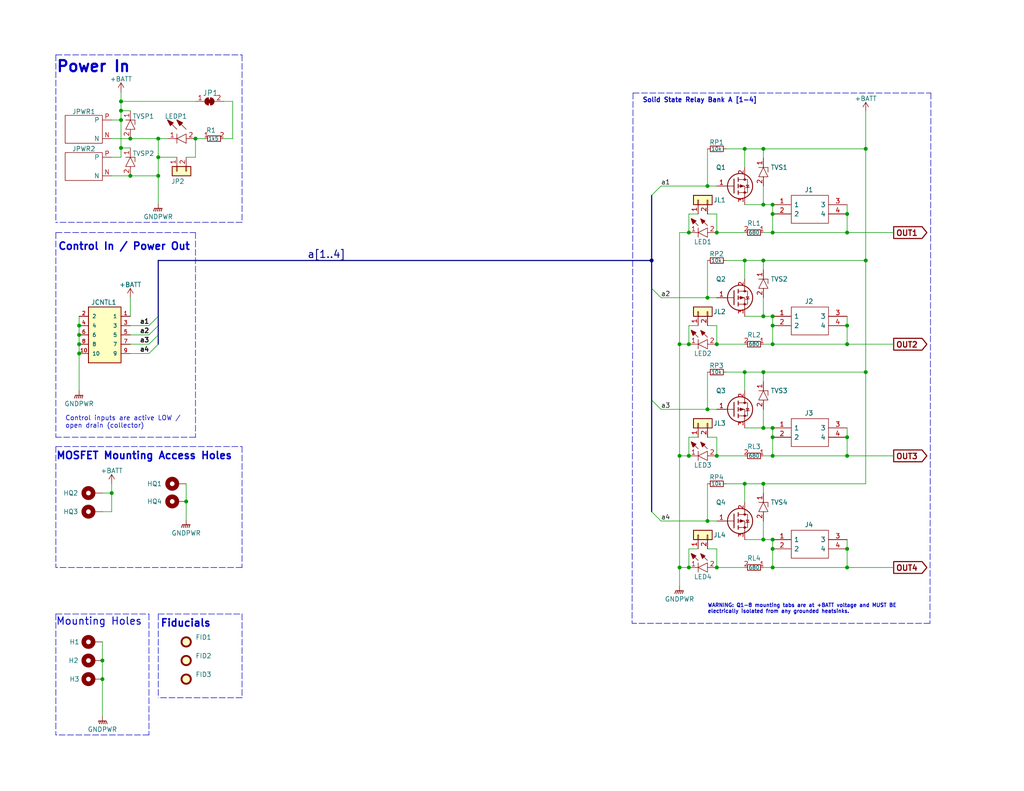
<source format=kicad_sch>
(kicad_sch (version 20211123) (generator eeschema)
  (paper "USLetter")
  (title_block (title "Solid State Relays 12 Volt x4") (date "2023-01-03") (rev "0.0.8") (comment 2 "creativecommons.org/licenses/by/4.0/") (comment 3 "License: CC By 4.0") (comment 4 "Author: Michael Cummings"))
  (lib_symbols
    (symbol "Device:R_Small" (pin_numbers hide) (pin_names (offset 0.254) hide)
      (property "Reference" "R" (at 0.762 0.508 0))
      (property "Value" "R_Small" (at 0.762 -1.016 0))
      (symbol "R_Small_1_1"
        (pin passive line (at 0 2.54 270) (length 0.762) (name "~") (number "1"))
        (pin passive line (at 0 -2.54 90) (length 0.762) (name "~") (number "2"))
      )
    )
    (symbol "Fiducial_1"
      (property "Reference" "FID" (at 0 5.08 0))
      (property "Value" "Fiducial_1" (at 0 3.175 0))
    )
    (symbol "Fiducial_2"
      (property "Reference" "FID" (at 0 5.08 0))
      (property "Value" "Fiducial_2" (at 0 3.175 0))
    )
    (symbol "Jumper:SolderJumper_2_Bridged" (pin_names (offset 0) hide)
      (property "Reference" "JP" (at 0 2.032 0))
      (property "Value" "SolderJumper_2_Bridged" (at 0 -2.54 0))
      (symbol "SolderJumper_2_Bridged_1_1"
        (pin passive line (at -3.81 0 0) (length 2.54) (name "A") (number "1"))
        (pin passive line (at 3.81 0 180) (length 2.54) (name "B") (number "2"))
      )
    )
    (symbol "Mechanical:Fiducial" (pin_numbers hide) (pin_names hide)
      (property "Reference" "FID" (at 0 5.08 0))
      (property "Value" "Fiducial" (at 0 3.175 0))
    )
    (symbol "Mechanical:MountingHole_Pad" (pin_numbers hide) (pin_names (offset 1.016) hide)
      (property "Reference" "H" (at 0 6.35 0))
      (property "Value" "MountingHole_Pad" (at 0 4.445 0))
      (symbol "MountingHole_Pad_1_1"
        (pin input line (at 0 -2.54 90) (length 2.54) (name "1") (number "1"))
      )
    )
    (symbol "SHF-105-01-L-D-RA_1" (pin_names (offset 1.016))
      (property "Reference" "J" (at 0 8.25 0))
      (symbol "SHF-105-01-L-D-RA_1_0_0"
        (pin passive line (at -6.985 5.08 0) (length 2.54) (name "1") (number "1"))
        (pin passive line (at 6.985 -5.08 180) (length 2.54) (name "10") (number "10"))
        (pin passive line (at 6.985 5.08 180) (length 2.54) (name "2") (number "2"))
        (pin passive line (at -6.985 2.54 0) (length 2.54) (name "3") (number "3"))
        (pin passive line (at 6.985 2.54 180) (length 2.54) (name "4") (number "4"))
        (pin passive line (at -6.985 0 0) (length 2.54) (name "5") (number "5"))
        (pin passive line (at 6.985 0 180) (length 2.54) (name "6") (number "6"))
        (pin passive line (at -6.985 -2.54 0) (length 2.54) (name "7") (number "7"))
        (pin passive line (at 6.985 -2.54 180) (length 2.54) (name "8") (number "8"))
        (pin passive line (at -6.985 -5.08 0) (length 2.54) (name "9") (number "9"))
      )
    )
    (symbol "SM6T33AY_9" (pin_names (offset 0.762))
      (property "Reference" "D" (at 0.635 4.445 0))
      (symbol "SM6T33AY_9_0_0"
        (pin passive line (at 0 0 0) (length 2.54) (name "~") (number "1"))
        (pin passive line (at 7.62 0 180) (length 2.54) (name "~") (number "2"))
      )
    )
    (symbol "XT60PW-M_1" (pin_names (offset 0.762))
      (property "Reference" "JPWR2" (at 0 4.826 0))
      (symbol "XT60PW-M_1_0_0"
        (pin passive line (at 7.62 -2.54 180) (length 2.54) (name "N") (number "N"))
        (pin passive line (at 7.62 2.54 180) (length 2.54) (name "P") (number "P"))
      )
    )
    (symbol "dragon_mobile:1190297" (pin_names (offset 0.762))
      (property "Reference" "J" (at 5.08 6.35 0))
      (property "Value" "1190297" (at 5.08 3.81 0))
      (symbol "1190297_0_0"
        (pin passive line (at 0 0 0) (length 5.08) (name "1") (number "1"))
        (pin passive line (at 0 -2.54 0) (length 5.08) (name "2") (number "2"))
        (pin passive line (at 20.32 0 180) (length 5.08) (name "3") (number "3"))
        (pin passive line (at 20.32 -2.54 180) (length 5.08) (name "4") (number "4"))
      )
    )
    (symbol "dragon_mobile:Conn_01x02" (pin_names (offset 1.016) hide)
      (property "Reference" "JP2" (at 0 2.54 0))
      (symbol "Conn_01x02_1_1"
        (pin passive line (at -3.81 0 0) (length 2.54) (name "Pin_1") (number "1"))
        (pin passive line (at -3.81 -2.54 0) (length 2.54) (name "Pin_2") (number "2"))
      )
    )
    (symbol "dragon_mobile:IRF4905PBF" (pin_names (offset 0.762))
      (property "Reference" "Q" (at 0 -1.905 0))
      (property "Value" "IRF4905PBF" (at 11.43 1.27 0))
      (symbol "IRF4905PBF_1_1"
        (pin input line (at 0 0 0) (length 2.54) (name "") (number "1"))
        (pin passive line (at 7.62 5.08 270) (length 2.54) (name "") (number "2"))
        (pin passive line (at 7.62 -5.08 90) (length 2.54) (name "") (number "3"))
      )
    )
    (symbol "dragon_mobile:LTST-C190KFKT" (pin_names (offset 0.762))
      (property "Reference" "LED1" (at 2.54 5.715 0))
      (symbol "LTST-C190KFKT_0_0"
        (pin passive line (at 0 0 0) (length 2.54) (name "~") (number "1"))
        (pin passive line (at 7.62 0 180) (length 2.54) (name "~") (number "2"))
      )
    )
    (symbol "dragon_mobile:LTST-C190KGKT" (pin_names (offset 0.762))
      (property "Reference" "LEDP1" (at 2.54 6.35 0))
      (symbol "LTST-C190KGKT_0_0"
        (pin passive line (at 0 0 0) (length 2.54) (name "~") (number "1"))
        (pin passive line (at 7.62 0 180) (length 2.54) (name "~") (number "2"))
      )
    )
    (symbol "dragon_mobile:SDR10EZPJ152" (pin_names (offset 0.762))
      (property "Reference" "R" (at 2.54 1.27 0))
      (property "Value" "SDR10EZPJ152" (at 2.54 -1.27 0))
      (symbol "SDR10EZPJ152_1_1"
        (pin passive line (at 0.762 2.032 270) (length 0.762) (name "~") (number "1"))
        (pin passive line (at 0.762 -3.048 90) (length 0.762) (name "~") (number "2"))
      )
    )
    (symbol "dragon_mobile:SM6T30AY" (pin_names (offset 0.762))
      (property "Reference" "D" (at 0 5.08 0))
      (property "Value" "SM6T30AY" (at 0 2.54 0))
      (symbol "SM6T30AY_0_0"
        (pin passive line (at 0 0 0) (length 2.54) (name "~") (number "1"))
        (pin passive line (at 7.62 0 180) (length 2.54) (name "~") (number "2"))
      )
    )
    (symbol "dragon_mobile:SM6T33AY" (pin_names (offset 0.762))
      (property "Reference" "D" (at 0.635 4.445 0))
      (symbol "SM6T33AY_0_0"
        (pin passive line (at 0 0 0) (length 2.54) (name "~") (number "1"))
        (pin passive line (at 7.62 0 180) (length 2.54) (name "~") (number "2"))
      )
    )
    (symbol "dragon_mobile:XT60PW-M" (pin_names (offset 0.762))
      (property "Reference" "J" (at -5.08 7.62 0))
      (symbol "XT60PW-M_0_0"
        (pin power_out line (at 7.62 -2.54 180) (length 2.54) (name "N") (number "N"))
        (pin power_out line (at 7.62 2.54 180) (length 2.54) (name "P") (number "P"))
      )
    )
    (symbol "power:+BATT" (power) (pin_names (offset 0))
      (property "Value" "+BATT" (at 0 3.556 0))
      (symbol "+BATT_1_1"
        (pin power_in line (at 0 0 90) (length 0) hide (name "+BATT") (number "1"))
      )
    )
    (symbol "power:GNDPWR" (power) (pin_names (offset 0))
      (property "Value" "GNDPWR" (at 0 -3.302 0))
      (symbol "GNDPWR_1_1"
        (pin power_in line (at 0 0 270) (length 0) hide (name "GNDPWR") (number "1"))
      )
    )
  )
  (junction (at 27.94 180.34))
  (junction (at 203.2 101.6))
  (junction (at 177.8 71.12))
  (junction (at 210.82 58.42))
  (junction (at 210.82 55.88))
  (junction (at 193.04 81.28))
  (junction (at 43.18 48.006))
  (junction (at 33.02 40.386))
  (junction (at 185.42 154.94))
  (junction (at 185.42 124.46))
  (junction (at 231.14 63.5))
  (junction (at 203.2 71.12))
  (junction (at 236.22 71.12))
  (junction (at 187.96 93.98))
  (junction (at 210.82 149.86))
  (junction (at 231.14 58.42))
  (junction (at 27.94 185.42))
  (junction (at 231.14 154.94))
  (junction (at 21.59 93.98))
  (junction (at 33.02 32.766))
  (junction (at 210.82 119.38))
  (junction (at 50.8 136.906))
  (junction (at 231.14 149.86))
  (junction (at 210.82 86.36))
  (junction (at 187.96 63.5))
  (junction (at 195.58 93.98))
  (junction (at 210.82 93.98))
  (junction (at 203.2 40.64))
  (junction (at 33.02 30.226))
  (junction (at 187.96 124.46))
  (junction (at 53.34 37.846))
  (junction (at 195.58 124.46))
  (junction (at 208.28 147.32))
  (junction (at 208.28 86.36))
  (junction (at 210.82 124.46))
  (junction (at 210.82 88.9))
  (junction (at 208.28 40.64))
  (junction (at 208.28 55.88))
  (junction (at 187.96 154.94))
  (junction (at 185.42 93.98))
  (junction (at 193.04 142.24))
  (junction (at 195.58 154.94))
  (junction (at 231.14 124.46))
  (junction (at 208.28 132.08))
  (junction (at 21.59 96.52))
  (junction (at 210.82 154.94))
  (junction (at 231.14 119.38))
  (junction (at 210.82 63.5))
  (junction (at 35.56 48.006))
  (junction (at 210.82 116.84))
  (junction (at 208.28 71.12))
  (junction (at 203.2 132.08))
  (junction (at 21.59 88.9))
  (junction (at 193.04 50.8))
  (junction (at 193.04 111.76))
  (junction (at 35.56 37.846))
  (junction (at 236.22 40.64))
  (junction (at 210.82 147.32))
  (junction (at 195.58 63.5))
  (junction (at 231.14 88.9))
  (junction (at 208.28 116.84))
  (junction (at 33.02 27.686))
  (junction (at 43.18 42.926))
  (junction (at 30.48 134.62))
  (junction (at 21.59 91.44))
  (junction (at 236.22 101.6))
  (junction (at 43.18 37.846))
  (junction (at 231.14 93.98))
  (junction (at 208.28 101.6))
  (bus_entry (at 40.64 88.9) (size 2.54 -2.54))
  (bus_entry (at 177.8 78.74) (size 2.54 2.54))
  (bus_entry (at 40.64 96.52) (size 2.54 -2.54))
  (bus_entry (at 40.64 93.98) (size 2.54 -2.54))
  (bus_entry (at 180.34 50.8) (size -2.54 2.54))
  (bus_entry (at 177.8 109.22) (size 2.54 2.54))
  (bus_entry (at 177.8 139.7) (size 2.54 2.54))
  (bus_entry (at 40.64 91.44) (size 2.54 -2.54))
  (polyline (pts (xy 15.24 167.64) (xy 40.64 167.64)))
  (wire (pts (xy 203.2 132.08) (xy 208.28 132.08)))
  (wire (pts (xy 208.28 101.6) (xy 236.22 101.6)))
  (wire (pts (xy 236.22 30.48) (xy 236.22 40.64)))
  (wire (pts (xy 195.58 149.86) (xy 195.58 154.94)))
  (wire (pts (xy 203.2 40.64) (xy 208.28 40.64)))
  (wire (pts (xy 193.04 40.64) (xy 193.04 50.8)))
  (wire (pts (xy 210.82 147.32) (xy 210.82 149.86)))
  (wire (pts (xy 187.96 58.42) (xy 187.96 63.5)))
  (polyline (pts (xy 15.24 14.986) (xy 15.24 60.706)))
  (wire (pts (xy 190.5 149.86) (xy 187.96 149.86)))
  (wire (pts (xy 35.56 96.52) (xy 40.64 96.52)))
  (wire (pts (xy 21.59 88.9) (xy 21.59 91.44)))
  (polyline (pts (xy 15.24 14.986) (xy 66.04 14.986)))
  (wire (pts (xy 231.14 93.98) (xy 243.84 93.98)))
  (wire (pts (xy 33.02 30.226) (xy 33.02 32.766)))
  (wire (pts (xy 33.02 27.686) (xy 53.34 27.686)))
  (wire (pts (xy 53.34 42.926) (xy 53.34 37.846)))
  (wire (pts (xy 195.58 88.9) (xy 195.58 93.98)))
  (wire (pts (xy 193.04 71.12) (xy 193.04 81.28)))
  (polyline (pts (xy 53.34 63.5) (xy 53.34 119.38)))
  (wire (pts (xy 35.56 37.846) (xy 43.18 37.846)))
  (polyline (pts (xy 66.04 60.706) (xy 15.24 60.706)))
  (wire (pts (xy 210.82 116.84) (xy 208.28 116.84)))
  (wire (pts (xy 193.04 149.86) (xy 195.58 149.86)))
  (bus (pts (xy 177.8 78.74) (xy 177.8 109.22)))
  (polyline (pts (xy 172.72 25.4) (xy 172.466 170.18)))
  (wire (pts (xy 33.02 30.226) (xy 35.56 30.226)))
  (wire (pts (xy 210.82 86.36) (xy 210.82 88.9)))
  (wire (pts (xy 231.14 63.5) (xy 243.84 63.5)))
  (polyline (pts (xy 15.24 121.92) (xy 66.04 121.92)))
  (wire (pts (xy 210.82 124.46) (xy 208.28 124.46)))
  (wire (pts (xy 193.04 58.42) (xy 195.58 58.42)))
  (wire (pts (xy 210.82 63.5) (xy 210.82 58.42)))
  (wire (pts (xy 210.82 154.94) (xy 210.82 149.86)))
  (wire (pts (xy 27.94 185.42) (xy 27.94 195.58)))
  (wire (pts (xy 210.82 55.88) (xy 210.82 58.42)))
  (bus (pts (xy 43.18 91.44) (xy 43.18 93.98)))
  (wire (pts (xy 231.14 124.46) (xy 210.82 124.46)))
  (wire (pts (xy 35.56 93.98) (xy 40.64 93.98)))
  (wire (pts (xy 236.22 101.6) (xy 236.22 132.08)))
  (wire (pts (xy 210.82 86.36) (xy 208.28 86.36)))
  (wire (pts (xy 53.34 37.846) (xy 55.88 37.846)))
  (wire (pts (xy 208.28 86.36) (xy 203.2 86.36)))
  (wire (pts (xy 208.28 111.76) (xy 208.28 116.84)))
  (wire (pts (xy 231.14 147.32) (xy 231.14 149.86)))
  (wire (pts (xy 231.14 86.36) (xy 231.14 88.9)))
  (wire (pts (xy 208.28 50.8) (xy 208.28 55.88)))
  (wire (pts (xy 231.14 116.84) (xy 231.14 119.38)))
  (polyline (pts (xy 66.04 154.94) (xy 15.24 154.94)))
  (wire (pts (xy 30.48 48.006) (xy 35.56 48.006)))
  (wire (pts (xy 203.2 63.5) (xy 195.58 63.5)))
  (wire (pts (xy 185.42 63.5) (xy 185.42 93.98)))
  (wire (pts (xy 198.12 132.08) (xy 203.2 132.08)))
  (wire (pts (xy 236.22 40.64) (xy 236.22 71.12)))
  (wire (pts (xy 203.2 71.12) (xy 208.28 71.12)))
  (wire (pts (xy 210.82 55.88) (xy 208.28 55.88)))
  (wire (pts (xy 33.02 32.766) (xy 30.48 32.766)))
  (wire (pts (xy 193.04 111.76) (xy 195.58 111.76)))
  (wire (pts (xy 231.14 124.46) (xy 243.84 124.46)))
  (wire (pts (xy 193.04 81.28) (xy 195.58 81.28)))
  (wire (pts (xy 236.22 132.08) (xy 208.28 132.08)))
  (wire (pts (xy 231.14 93.98) (xy 210.82 93.98)))
  (wire (pts (xy 21.59 93.98) (xy 21.59 96.52)))
  (polyline (pts (xy 53.34 119.38) (xy 15.24 119.38)))
  (wire (pts (xy 187.96 93.98) (xy 185.42 93.98)))
  (wire (pts (xy 187.96 124.46) (xy 185.42 124.46)))
  (wire (pts (xy 185.42 154.94) (xy 185.42 160.02)))
  (wire (pts (xy 63.5 37.846) (xy 63.5 27.686)))
  (wire (pts (xy 33.02 25.146) (xy 33.02 27.686)))
  (polyline (pts (xy 66.04 14.986) (xy 66.04 60.706)))
  (wire (pts (xy 198.12 40.64) (xy 203.2 40.64)))
  (wire (pts (xy 50.8 132.08) (xy 50.8 136.906)))
  (wire (pts (xy 203.2 40.64) (xy 203.2 45.72)))
  (bus (pts (xy 177.8 53.34) (xy 177.8 71.12)))
  (wire (pts (xy 180.34 50.8) (xy 193.04 50.8)))
  (polyline (pts (xy 15.24 63.5) (xy 15.24 119.38)))
  (wire (pts (xy 208.28 147.32) (xy 203.2 147.32)))
  (wire (pts (xy 203.2 154.94) (xy 195.58 154.94)))
  (polyline (pts (xy 66.04 190.5) (xy 43.18 190.5)))
  (wire (pts (xy 208.28 116.84) (xy 203.2 116.84)))
  (wire (pts (xy 193.04 101.6) (xy 193.04 111.76)))
  (wire (pts (xy 27.94 180.34) (xy 27.94 185.42)))
  (wire (pts (xy 190.5 119.38) (xy 187.96 119.38)))
  (wire (pts (xy 210.82 147.32) (xy 208.28 147.32)))
  (wire (pts (xy 203.2 101.6) (xy 203.2 106.68)))
  (wire (pts (xy 63.5 27.686) (xy 60.96 27.686)))
  (wire (pts (xy 21.59 91.44) (xy 21.59 93.98)))
  (wire (pts (xy 27.94 134.62) (xy 30.48 134.62)))
  (wire (pts (xy 198.12 71.12) (xy 203.2 71.12)))
  (wire (pts (xy 231.14 149.86) (xy 231.14 154.94)))
  (wire (pts (xy 60.96 37.846) (xy 63.5 37.846)))
  (wire (pts (xy 35.56 81.28) (xy 35.56 86.36)))
  (polyline (pts (xy 40.64 167.64) (xy 40.64 200.66)))
  (wire (pts (xy 50.8 42.926) (xy 53.34 42.926)))
  (wire (pts (xy 203.2 124.46) (xy 195.58 124.46)))
  (wire (pts (xy 43.18 42.926) (xy 43.18 48.006)))
  (wire (pts (xy 210.82 93.98) (xy 210.82 88.9)))
  (bus (pts (xy 43.18 86.36) (xy 43.18 88.9)))
  (wire (pts (xy 210.82 124.46) (xy 210.82 119.38)))
  (bus (pts (xy 43.18 71.12) (xy 43.18 86.36)))
  (wire (pts (xy 210.82 93.98) (xy 208.28 93.98)))
  (wire (pts (xy 198.12 101.6) (xy 203.2 101.6)))
  (wire (pts (xy 203.2 101.6) (xy 208.28 101.6)))
  (wire (pts (xy 210.82 63.5) (xy 208.28 63.5)))
  (wire (pts (xy 180.34 142.24) (xy 193.04 142.24)))
  (wire (pts (xy 210.82 154.94) (xy 208.28 154.94)))
  (wire (pts (xy 231.14 154.94) (xy 243.84 154.94)))
  (wire (pts (xy 187.96 119.38) (xy 187.96 124.46)))
  (wire (pts (xy 43.18 42.926) (xy 48.26 42.926)))
  (wire (pts (xy 190.5 88.9) (xy 187.96 88.9)))
  (wire (pts (xy 208.28 142.24) (xy 208.28 147.32)))
  (bus (pts (xy 43.18 88.9) (xy 43.18 91.44)))
  (polyline (pts (xy 66.04 121.92) (xy 66.04 154.94)))
  (wire (pts (xy 231.14 119.38) (xy 231.14 124.46)))
  (wire (pts (xy 30.48 37.846) (xy 35.56 37.846)))
  (wire (pts (xy 187.96 154.94) (xy 185.42 154.94)))
  (wire (pts (xy 195.58 58.42) (xy 195.58 63.5)))
  (wire (pts (xy 231.14 55.88) (xy 231.14 58.42)))
  (wire (pts (xy 43.18 37.846) (xy 43.18 42.926)))
  (bus (pts (xy 177.8 109.22) (xy 177.8 139.7)))
  (wire (pts (xy 185.42 93.98) (xy 185.42 124.46)))
  (wire (pts (xy 187.96 63.5) (xy 185.42 63.5)))
  (wire (pts (xy 30.48 139.7) (xy 27.94 139.7)))
  (polyline (pts (xy 15.24 121.92) (xy 15.24 154.94)))
  (polyline (pts (xy 43.18 167.64) (xy 43.18 190.5)))
  (wire (pts (xy 33.02 40.386) (xy 33.02 32.766)))
  (wire (pts (xy 21.59 96.52) (xy 21.59 106.68)))
  (wire (pts (xy 208.28 81.28) (xy 208.28 86.36)))
  (polyline (pts (xy 172.72 25.4) (xy 254 25.4)))
  (wire (pts (xy 30.48 132.08) (xy 30.48 134.62)))
  (wire (pts (xy 43.18 48.006) (xy 43.18 55.626)))
  (wire (pts (xy 203.2 132.08) (xy 203.2 137.16)))
  (wire (pts (xy 193.04 132.08) (xy 193.04 142.24)))
  (wire (pts (xy 208.28 101.6) (xy 208.28 104.14)))
  (wire (pts (xy 33.02 27.686) (xy 33.02 30.226)))
  (polyline (pts (xy 15.24 167.64) (xy 15.24 200.66)))
  (wire (pts (xy 35.56 88.9) (xy 40.64 88.9)))
  (wire (pts (xy 210.82 116.84) (xy 210.82 119.38)))
  (wire (pts (xy 187.96 149.86) (xy 187.96 154.94)))
  (polyline (pts (xy 15.24 63.5) (xy 53.34 63.5)))
  (wire (pts (xy 43.18 37.846) (xy 45.72 37.846)))
  (wire (pts (xy 236.22 71.12) (xy 236.22 101.6)))
  (wire (pts (xy 27.94 175.26) (xy 27.94 180.34)))
  (wire (pts (xy 180.34 81.28) (xy 193.04 81.28)))
  (wire (pts (xy 208.28 40.64) (xy 208.28 43.18)))
  (wire (pts (xy 180.34 111.76) (xy 193.04 111.76)))
  (wire (pts (xy 190.5 58.42) (xy 187.96 58.42)))
  (wire (pts (xy 193.04 142.24) (xy 195.58 142.24)))
  (wire (pts (xy 21.59 86.36) (xy 21.59 88.9)))
  (wire (pts (xy 50.8 136.906) (xy 50.8 141.986)))
  (wire (pts (xy 30.48 134.62) (xy 30.48 139.7)))
  (wire (pts (xy 195.58 119.38) (xy 195.58 124.46)))
  (wire (pts (xy 193.04 88.9) (xy 195.58 88.9)))
  (polyline (pts (xy 66.04 167.64) (xy 66.04 190.5)))
  (polyline (pts (xy 40.64 200.66) (xy 15.24 200.66)))
  (wire (pts (xy 33.02 42.926) (xy 33.02 40.386)))
  (wire (pts (xy 35.56 91.44) (xy 40.64 91.44)))
  (bus (pts (xy 43.18 71.12) (xy 177.8 71.12)))
  (wire (pts (xy 208.28 40.64) (xy 236.22 40.64)))
  (wire (pts (xy 208.28 71.12) (xy 208.28 73.66)))
  (wire (pts (xy 208.28 71.12) (xy 236.22 71.12)))
  (polyline (pts (xy 254 25.4) (xy 253.746 170.18)))
  (wire (pts (xy 35.56 48.006) (xy 43.18 48.006)))
  (polyline (pts (xy 43.18 167.64) (xy 66.04 167.64)))
  (wire (pts (xy 208.28 132.08) (xy 208.28 134.62)))
  (wire (pts (xy 231.14 154.94) (xy 210.82 154.94)))
  (wire (pts (xy 231.14 63.5) (xy 210.82 63.5)))
  (wire (pts (xy 33.02 40.386) (xy 35.56 40.386)))
  (wire (pts (xy 193.04 119.38) (xy 195.58 119.38)))
  (wire (pts (xy 193.04 50.8) (xy 195.58 50.8)))
  (wire (pts (xy 203.2 93.98) (xy 195.58 93.98)))
  (polyline (pts (xy 253.746 170.18) (xy 172.466 170.18)))
  (wire (pts (xy 231.14 88.9) (xy 231.14 93.98)))
  (wire (pts (xy 208.28 55.88) (xy 203.2 55.88)))
  (wire (pts (xy 187.96 88.9) (xy 187.96 93.98)))
  (wire (pts (xy 231.14 58.42) (xy 231.14 63.5)))
  (bus (pts (xy 177.8 71.12) (xy 177.8 78.74)))
  (wire (pts (xy 203.2 71.12) (xy 203.2 76.2)))
  (wire (pts (xy 30.48 42.926) (xy 33.02 42.926)))
  (wire (pts (xy 185.42 124.46) (xy 185.42 154.94)))
  (text "Control inputs are active LOW /\nopen drain (collector)" (at 17.78 117.094 0) (effects (font (size 1.27 1.27)) (justify left bottom)))
  (text "WARNING: Q1-8 mounting tabs are at +BATT voltage and MUST BE\nelectrically isolated from any grounded heatsinks." (at 193.04 167.64 0) (effects (font (size 1 1) bold) (justify left bottom)))
  (text "Mounting Holes" (at 15.24 170.942 0) (effects (font (size 2 2) (thickness 0.254) bold) (justify left bottom)))
  (text "Control In / Power Out" (at 15.748 68.58 0) (effects (font (size 2 2) bold) (justify left bottom)))
  (text "MOSFET Mounting Access Holes" (at 15.24 125.73 0) (effects (font (size 2 2) bold) (justify left bottom)))
  (text "Solid State Relay Bank A [1-4]" (at 175.26 28.194 0) (effects (font (size 1.27 1.27) bold) (justify left bottom)))
  (text "Power In" (at 15.24 20.066 0) (effects (font (size 3 3) bold) (justify left bottom)))
  (text "Fiducials" (at 43.688 171.45 0) (effects (font (size 2 2) (thickness 0.4) bold) (justify left bottom)))
  (label "a1" (at 38.1 88.9 0) (effects (font (thickness 0.254) bold)))
  (label "a4" (at 180.34 142.24 0))
  (label "a2" (at 38.1 91.44 0) (effects (font bold)))
  (label "a1" (at 180.34 50.8 0))
  (label "a4" (at 38.1 96.52 0) (effects (font bold)))
  (label "a3" (at 38.1 93.98 0) (effects (font bold)))
  (label "a2" (at 180.34 81.28 0))
  (label "a3" (at 180.34 111.76 0))
  (label "a[1..4]" (at 83.82 71.12 0) (effects (font (size 2 2) (thickness 0.254) bold)))
  (global_label "OUT4" (shape output) (at 243.84 154.94 0) (effects (font (size 1.5 1.5) (thickness 0.3) bold)) (property "Intersheet References" "${INTERSHEET_REFS}" (effects hide)))
  (global_label "OUT3" (shape output) (at 243.84 124.46 0) (effects (font (size 1.5 1.5) (thickness 0.3) bold)) (property "Intersheet References" "${INTERSHEET_REFS}" (effects hide)))
  (global_label "OUT1" (shape output) (at 243.84 63.5 0) (effects (font (size 1.5 1.5) (thickness 0.3) bold)) (property "Intersheet References" "${INTERSHEET_REFS}" (effects hide)))
  (global_label "OUT2" (shape output) (at 243.84 93.98 0) (effects (font (size 1.5 1.5) (thickness 0.3) bold)) (property "Intersheet References" "${INTERSHEET_REFS}" (effects hide)))
  (symbol (lib_id "Mechanical:MountingHole_Pad") (at 25.4 175.26 90) (mirror x) (unit 1) (in_bom no)
    (property "Reference" "H1" (at 20.32 175.26 90))
    (property "Value" "MountingHole" (effects hide))
    (property "Footprint" "MountingHole:MountingHole_3.2mm_M3_Pad_Via" (effects hide))
  )
  (symbol (lib_id "dragon_mobile:SDR10EZPJ152") (at 206.248 125.222 270) (mirror x) (unit 1)
    (property "Reference" "RL3" (at 205.74 121.92 90))
    (property "Value" "680" (at 205.74 124.46 90) (effects (font (size 1 1))))
    (property "Footprint" "dragon_mobile:RESC2012X65N" (effects hide))
    (property "Datasheet" "https://fscdn.rohm.com/en/products/databook/datasheet/passive/resistor/chip_resistor/sdr-e.pdf" (effects hide))
    (property "Description" "Thick Film Resistor – 680Ω 5% 500mW; Anti Surge AEC-Q200; 2012 (0805) SMD Package" (effects hide))
    (property "MFN" "ROHM Semiconductor" (effects hide))
    (property "MFP" "SDR10EZPJ681" (effects hide))
    (property "Package" "0805" (effects hide))
    (property "Type" "SMD" (effects hide))
    (property "Characteristics" "Thick Film Resistor – 680Ω 5% 500mW; Anti Surge AEC-Q200; 2012 (0805) SMD Package" (effects hide))
    (property "Height (mm)" "0.55" (effects hide))
    (property "Mouser Part Number" "755-SDR10EZPJ681" (effects hide))
    (property "Mouser Price/Stock" "https://www.mouser.com/ProductDetail/ROHM-Semiconductor/SDR10EZPJ681?qs=MyNHzdoqoQLanw95owtKRg%3D%3D" (effects hide))
  )
  (symbol (lib_id "power:GNDPWR") (at 50.8 141.986 0) (unit 1)
    (property "Reference" "#PWR0101" (effects hide))
    (property "Value" "GNDPWR" (at 50.8 145.542 0))
  )
  (symbol (lib_id "dragon_mobile:LTST-C190KFKT") (at 187.96 93.98 0) (unit 1)
    (property "Reference" "LED2" (at 191.77 96.52 0))
    (property "Value" "LTST-C190KFKT" (effects hide))
    (property "Footprint" "dragon_mobile:LEDC1607X80N" (effects hide))
    (property "Datasheet" "https://optoelectronics.liteon.com/upload/download/DS-22-99-0186/LTST-C190KFKT.PDF" (effects hide))
    (property "Description" "Orange LED (605 nm); Rectangle Lens; Top Viewing; 1608 (0603) SMD Package" (effects hide))
    (property "MFN" "Lite-On" (effects hide))
    (property "MFP" "LTST-C190KFKT" (effects hide))
    (property "Package" "0603" (effects hide))
    (property "Type" "SMD" (effects hide))
    (property "Characteristics" "Orange LED (605 nm); Rectangle Lens; Top Viewing; 1608 (0603) SMD Package" (effects hide))
    (property "Height (mm)" "0.80" (effects hide))
    (property "Mouser Part Number" "859-LTST-C190KFKT" (effects hide))
    (property "Mouser Price/Stock" "https://www.mouser.com/ProductDetail/Lite-On/LTST-C190KFKT?qs=6QHXI9jVcTyVErVIqD1vhg%3D%3D" (effects hide))
  )
  (symbol (lib_id "Mechanical:Fiducial") (at 50.8 175.26 0) (unit 1) (in_bom no)
    (property "Reference" "FID1" (at 53.34 173.9899 0) (effects (justify left)))
    (property "Value" "Fiducial" (effects hide))
    (property "Footprint" "Fiducial:Fiducial_0.5mm_Mask1mm" (effects hide))
  )
  (symbol (lib_id "dragon_mobile:1190297") (at 210.82 116.84 0) (unit 1)
    (property "Reference" "J3" (at 220.726 112.776 0))
    (property "Value" "1190297" (effects hide))
    (property "Footprint" "dragon_mobile:1190297" (effects hide))
    (property "Datasheet" "https://www.phoenixcontact.com/online/portal/ae?uri=pxc-oc-itemdetail:pid=1190297&library=aeen&tab=1" (effects hide))
    (property "Description" "2 Position Wire to Board Terminal Block Horizontal with Lever Action; Column Pitch 5.00mm (0.197\") Through Holes" (effects hide))
    (property "MFN" "Phoenix Contact" (effects hide))
    (property "MFP" "1190297" (effects hide))
    (property "Package" "Other" (effects hide))
    (property "Type" "THT" (effects hide))
    (property "Characteristics" "2 Position Wire to Board Terminal Block Horizontal with Lever Action; Column Pitch 5.00mm (0.197\") Through Holes" (effects hide))
    (property "Height (mm)" "16.64" (effects hide))
    (property "Mouser Part Number" "651-1190297" (effects hide))
    (property "Mouser Price/Stock" "https://www.mouser.com/ProductDetail/Phoenix-Contact/1190297?qs=QNEnbhJQKvaBinyAO%252BdsFA%3D%3D" (effects hide))
  )
  (symbol (lib_id "dragon_mobile:SDR10EZPJ152") (at 206.248 155.702 270) (mirror x) (unit 1)
    (property "Reference" "RL4" (at 205.74 152.4 90))
    (property "Value" "680" (at 205.74 154.94 90) (effects (font (size 1 1))))
    (property "Footprint" "dragon_mobile:RESC2012X65N" (effects hide))
    (property "Datasheet" "https://fscdn.rohm.com/en/products/databook/datasheet/passive/resistor/chip_resistor/sdr-e.pdf" (effects hide))
    (property "Description" "Thick Film Resistor – 680Ω 5% 500mW; Anti Surge AEC-Q200; 2012 (0805) SMD Package" (effects hide))
    (property "MFN" "ROHM Semiconductor" (effects hide))
    (property "MFP" "SDR10EZPJ681" (effects hide))
    (property "Package" "0805" (effects hide))
    (property "Type" "SMD" (effects hide))
    (property "Characteristics" "Thick Film Resistor – 680Ω 5% 500mW; Anti Surge AEC-Q200; 2012 (0805) SMD Package" (effects hide))
    (property "Height (mm)" "0.55" (effects hide))
    (property "Mouser Part Number" "755-SDR10EZPJ681" (effects hide))
    (property "Mouser Price/Stock" "https://www.mouser.com/ProductDetail/ROHM-Semiconductor/SDR10EZPJ681?qs=MyNHzdoqoQLanw95owtKRg%3D%3D" (effects hide))
  )
  (symbol (lib_name "Fiducial_2") (lib_id "Mechanical:Fiducial") (at 50.8 180.34 0) (unit 1)
    (property "Reference" "FID2" (at 53.34 179.0699 0) (effects (justify left)))
    (property "Value" "Fiducial" (effects hide))
    (property "Footprint" "Fiducial:Fiducial_0.5mm_Mask1mm" (effects hide))
  )
  (symbol (lib_id "power:+BATT") (at 30.48 132.08 0) (unit 1)
    (property "Reference" "#PWR08" (effects hide))
    (property "Value" "+BATT" (at 30.48 128.524 0))
  )
  (symbol (lib_id "dragon_mobile:1190297") (at 210.82 55.88 0) (unit 1)
    (property "Reference" "J1" (at 220.726 51.816 0))
    (property "Value" "1190297" (effects hide))
    (property "Footprint" "dragon_mobile:1190297" (effects hide))
    (property "Datasheet" "https://www.phoenixcontact.com/online/portal/ae?uri=pxc-oc-itemdetail:pid=1190297&library=aeen&tab=1" (effects hide))
    (property "Description" "2 Position Wire to Board Terminal Block Horizontal with Lever Action; Column Pitch 5.00mm (0.197\") Through Holes" (effects hide))
    (property "MFN" "Phoenix Contact" (effects hide))
    (property "MFP" "1190297" (effects hide))
    (property "Package" "Other" (effects hide))
    (property "Type" "THT" (effects hide))
    (property "Characteristics" "2 Position Wire to Board Terminal Block Horizontal with Lever Action; Column Pitch 5.00mm (0.197\") Through Holes" (effects hide))
    (property "Height (mm)" "16.64" (effects hide))
    (property "Mouser Part Number" "651-1190297" (effects hide))
    (property "Mouser Price/Stock" "https://www.mouser.com/ProductDetail/Phoenix-Contact/1190297?qs=QNEnbhJQKvaBinyAO%252BdsFA%3D%3D" (effects hide))
  )
  (symbol (lib_id "Mechanical:MountingHole_Pad") (at 25.4 139.7 90) (mirror x) (unit 1) (in_bom no)
    (property "Reference" "HQ3" (at 19.304 139.7 90))
    (property "Value" "Access Hole" (effects hide))
    (property "Footprint" "dragon_mobile:MountingHole_6.1mm_Pad_Via" (effects hide))
    (property "Package" "Other" (effects hide))
    (property "Type" "THT" (effects hide))
  )
  (symbol (lib_id "dragon_mobile:IRF4905PBF") (at 195.58 50.8 0) (unit 1)
    (property "Reference" "Q1" (at 195.326 45.72 0) (effects (justify left)))
    (property "Value" "IRF4905PBF" (effects hide))
    (property "Footprint" "dragon_mobile:TO254P469X1042X1967-3P" (effects hide))
    (property "Datasheet" "https://www.infineon.com/dgdl/Infineon-IRF4905-DataSheet-v01_01-EN.pdf?fileId=5546d462533600a4015355e329b1197e" (effects hide))
    (property "Description" "P-channel MOSFET; IRF4905; Max: 64A 55V; TO-220AB Through Hole" (effects hide))
    (property "MFN" "Infineon" (effects hide))
    (property "MFP" "IRF4905PBF" (effects hide))
    (property "Package" "TO-220AB" (effects hide))
    (property "Type" "THT" (effects hide))
    (property "Your Instructions/Notes" "Reverse (Back) side mounted" (effects hide))
    (property "Characteristics" "P-channel MOSFET; IRF4905; Max: 64A 55V; TO-220AB Through Hole" (effects hide))
    (property "Height (mm)" "4.69" (effects hide))
    (property "Mouser Part Number" "942-IRF4905PBF" (effects hide))
    (property "Mouser Price/Stock" "https://www.mouser.com/ProductDetail/Infineon-IR/IRF4905PBF?qs=9%252BKlkBgLFf39l0HsWdxvdw%3D%3D" (effects hide))
  )
  (symbol (lib_id "Mechanical:MountingHole_Pad") (at 25.4 185.42 90) (unit 1) (in_bom no)
    (property "Reference" "H3" (at 20.32 185.42 90))
    (property "Value" "MountingHole" (effects hide))
    (property "Footprint" "MountingHole:MountingHole_3.2mm_M3_Pad_Via" (effects hide))
  )
  (symbol (lib_id "dragon_mobile:IRF4905PBF") (at 195.58 111.76 0) (unit 1)
    (property "Reference" "Q3" (at 195.326 106.68 0) (effects (justify left)))
    (property "Value" "IRF4905PBF" (effects hide))
    (property "Footprint" "dragon_mobile:TO254P469X1042X1967-3P" (effects hide))
    (property "Datasheet" "https://www.infineon.com/dgdl/Infineon-IRF4905-DataSheet-v01_01-EN.pdf?fileId=5546d462533600a4015355e329b1197e" (effects hide))
    (property "Description" "P-channel MOSFET; IRF4905; Max: 64A 55V; TO-220AB Through Hole" (effects hide))
    (property "MFN" "Infineon" (effects hide))
    (property "MFP" "IRF4905PBF" (effects hide))
    (property "Package" "TO-220AB" (effects hide))
    (property "Type" "THT" (effects hide))
    (property "Your Instructions/Notes" "Reverse (Back) side mounted" (effects hide))
    (property "Characteristics" "P-channel MOSFET; IRF4905; Max: 64A 55V; TO-220AB Through Hole" (effects hide))
    (property "Height (mm)" "4.69" (effects hide))
    (property "Mouser Part Number" "942-IRF4905PBF" (effects hide))
    (property "Mouser Price/Stock" "https://www.mouser.com/ProductDetail/Infineon-IR/IRF4905PBF?qs=9%252BKlkBgLFf39l0HsWdxvdw%3D%3D" (effects hide))
  )
  (symbol (lib_name "SM6T33AY_9") (lib_id "dragon_mobile:SM6T33AY") (at 35.56 40.386 270) (unit 1)
    (property "Reference" "TVSP2" (at 39.116 41.91 90))
    (property "Value" "SM6T33AY" (effects hide))
    (property "Footprint" "dragon_mobile:SMBJ36CATR" (effects hide))
    (property "Datasheet" "https://www.st.com/resource/en/datasheet/sm6t33ay.pdf" (effects hide))
    (property "Description" "Uni-Directional TVS Diode, 31.4V breakdown, 600W peak, 2-Pin DO-214AA SMD Package, AEC-Q101" (effects hide))
    (property "MFN" "STMicroelectronics" (effects hide))
    (property "MFP" "SM6T33AY" (effects hide))
    (property "Package" "DO-214AA" (effects hide))
    (property "Type" "SMD" (effects hide))
    (property "Characteristics" "Uni-Directional TVS Diode, 31.4V breakdown, 600W peak, 2-Pin DO-214AA SMD Package, AEC-Q101" (effects hide))
    (property "Height (mm)" "2.65" (effects hide))
    (property "Mouser Part Number" "511-SM6T33AY" (effects hide))
    (property "Mouser Price/Stock" "https://www.mouser.com/ProductDetail/STMicroelectronics/SM6T33AY?qs=94V4QatVK%252BcY23HKJfD7rw%3D%3D" (effects hide))
  )
  (symbol (lib_id "dragon_mobile:LTST-C190KFKT") (at 187.96 154.94 0) (unit 1)
    (property "Reference" "LED4" (at 191.77 157.48 0))
    (property "Value" "LTST-C190KFKT" (effects hide))
    (property "Footprint" "dragon_mobile:LEDC1607X80N" (effects hide))
    (property "Datasheet" "https://optoelectronics.liteon.com/upload/download/DS-22-99-0186/LTST-C190KFKT.PDF" (effects hide))
    (property "Description" "Orange LED (605 nm); Rectangle Lens; Top Viewing; 1608 (0603) SMD Package" (effects hide))
    (property "MFN" "Lite-On" (effects hide))
    (property "MFP" "LTST-C190KFKT" (effects hide))
    (property "Package" "0603" (effects hide))
    (property "Type" "SMD" (effects hide))
    (property "Characteristics" "Orange LED (605 nm); Rectangle Lens; Top Viewing; 1608 (0603) SMD Package" (effects hide))
    (property "Height (mm)" "0.80" (effects hide))
    (property "Mouser Part Number" "859-LTST-C190KFKT" (effects hide))
    (property "Mouser Price/Stock" "https://www.mouser.com/ProductDetail/Lite-On/LTST-C190KFKT?qs=6QHXI9jVcTyVErVIqD1vhg%3D%3D" (effects hide))
  )
  (symbol (lib_id "Mechanical:MountingHole_Pad") (at 25.4 180.34 90) (mirror x) (unit 1) (in_bom no)
    (property "Reference" "H2" (at 20.066 180.34 90))
    (property "Value" "MountingHole" (effects hide))
    (property "Footprint" "MountingHole:MountingHole_3.2mm_M3_Pad_Via" (effects hide))
  )
  (symbol (lib_id "power:+BATT") (at 35.56 81.28 0) (unit 1)
    (property "Reference" "#PWR0104" (effects hide))
    (property "Value" "+BATT" (at 35.56 77.724 0))
  )
  (symbol (lib_id "dragon_mobile:Conn_01x02") (at 190.5 54.61 90) (unit 1)
    (property "Reference" "JL1" (at 196.342 54.61 90))
    (property "Value" "Conn_01x02" (effects hide))
    (property "Footprint" "dragon_mobile:PinHeader_1x02_P1.00mm_Vertical" (effects hide))
    (property "Description" "Pin Header; 1mm 1x2 Vertical" (effects hide))
    (property "Package" "Other" (effects hide))
    (property "Type" "THT" (effects hide))
  )
  (symbol (lib_id "dragon_mobile:SM6T33AY") (at 35.56 30.226 270) (unit 1)
    (property "Reference" "TVSP1" (at 39.116 31.75 90))
    (property "Value" "SM6T33AY" (effects hide))
    (property "Footprint" "dragon_mobile:SMBJ36CATR" (effects hide))
    (property "Datasheet" "https://www.st.com/resource/en/datasheet/sm6t33ay.pdf" (effects hide))
    (property "Description" "Uni-Directional TVS Diode, 31.4V breakdown, 600W peak, 2-Pin DO-214AA SMD Package, AEC-Q101" (effects hide))
    (property "MFN" "STMicroelectronics" (effects hide))
    (property "MFP" "SM6T33AY" (effects hide))
    (property "Package" "DO-214AA" (effects hide))
    (property "Type" "SMD" (effects hide))
    (property "Characteristics" "Uni-Directional TVS Diode, 31.4V breakdown, 600W peak, 2-Pin DO-214AA SMD Package, AEC-Q101" (effects hide))
    (property "Height (mm)" "2.65" (effects hide))
    (property "Mouser Part Number" "511-SM6T33AY" (effects hide))
    (property "Mouser Price/Stock" "https://www.mouser.com/ProductDetail/STMicroelectronics/SM6T33AY?qs=94V4QatVK%252BcY23HKJfD7rw%3D%3D" (effects hide))
  )
  (symbol (lib_id "dragon_mobile:LTST-C190KGKT") (at 45.72 37.846 0) (unit 1)
    (property "Reference" "LEDP1" (at 48.006 31.75 0))
    (property "Value" "LTST-C190KGKT" (effects hide))
    (property "Footprint" "dragon_mobile:LEDC1608X80N" (effects hide))
    (property "Datasheet" "https://optoelectronics.liteon.com/upload/download/DS22-2000-074/LTST-C190KGKT.PDF" (effects hide))
    (property "Description" "Green LED (571 nm); Rectangle Lens; Top Viewing; 1608 (0603) SMD Package" (effects hide))
    (property "MFN" "Lite-On" (effects hide))
    (property "MFP" "LTST-C190KGKT" (effects hide))
    (property "Package" "0603" (effects hide))
    (property "Type" "SMD" (effects hide))
    (property "Characteristics" "Green LED (571 nm); Rectangle Lens; Top Viewing; 1608 (0603) SMD Package" (effects hide))
    (property "Height (mm)" "0.80" (effects hide))
    (property "Mouser Part Number" "859-LTST-C190KGKT" (effects hide))
    (property "Mouser Price/Stock" "https://www.mouser.com/ProductDetail/Lite-On/LTST-C190KGKT?qs=205qCy6M2Q%252BAdcgwUZktqw%3D%3D" (effects hide))
  )
  (symbol (lib_id "dragon_mobile:SM6T30AY") (at 208.28 104.14 270) (unit 1)
    (property "Reference" "TVS3" (at 212.598 106.68 90))
    (property "Value" "SM6T16V5AY" (effects hide))
    (property "Footprint" "dragon_mobile:SMBJ36CATR" (effects hide))
    (property "Datasheet" "https://www.st.com/resource/en/datasheet/sm6t16v5ay.pdf" (effects hide))
    (property "Description" "Uni-Directional TVS Diode, 16V breakdown, 600W peak, 2-Pin DO-214AA SMD Package, AEC-Q101" (effects hide))
    (property "MFN" "STMicroelectronics" (effects hide))
    (property "MFP" "SM6T16V5AY" (effects hide))
    (property "Package" "DO-214AA" (effects hide))
    (property "Type" "SMD" (effects hide))
    (property "Characteristics" "Uni-Directional TVS Diode, 16V breakdown, 600W peak, 2-Pin DO-214AA SMD Package, AEC-Q101" (effects hide))
    (property "Height (mm)" "2.65" (effects hide))
    (property "Mouser Part Number" "511-SM6T16V5AY" (effects hide))
    (property "Mouser Price/Stock" "https://www.mouser.com/ProductDetail/STMicroelectronics/SM6T16V5AY?qs=Ok1pvOkw6%2FqerKXvbVNOWA%3D%3D" (effects hide))
  )
  (symbol (lib_id "Mechanical:MountingHole_Pad") (at 48.26 136.906 90) (mirror x) (unit 1) (in_bom no)
    (property "Reference" "HQ4" (at 42.164 136.906 90))
    (property "Value" "Access Hole" (effects hide))
    (property "Footprint" "dragon_mobile:MountingHole_6.1mm_Pad_Via" (effects hide))
    (property "Package" "Other" (effects hide))
    (property "Type" "THT" (effects hide))
  )
  (symbol (lib_name "Fiducial_1") (lib_id "Mechanical:Fiducial") (at 50.8 185.42 0) (unit 1)
    (property "Reference" "FID3" (at 53.34 184.1499 0) (effects (justify left)))
    (property "Value" "Fiducial" (effects hide))
    (property "Footprint" "Fiducial:Fiducial_0.5mm_Mask1mm" (effects hide))
  )
  (symbol (lib_id "dragon_mobile:IRF4905PBF") (at 195.58 142.24 0) (unit 1)
    (property "Reference" "Q4" (at 195.326 137.16 0) (effects (justify left)))
    (property "Value" "IRF4905PBF" (effects hide))
    (property "Footprint" "dragon_mobile:TO254P469X1042X1967-3P" (effects hide))
    (property "Datasheet" "https://www.infineon.com/dgdl/Infineon-IRF4905-DataSheet-v01_01-EN.pdf?fileId=5546d462533600a4015355e329b1197e" (effects hide))
    (property "Description" "P-channel MOSFET; IRF4905; Max: 64A 55V; TO-220AB Through Hole" (effects hide))
    (property "MFN" "Infineon" (effects hide))
    (property "MFP" "IRF4905PBF" (effects hide))
    (property "Package" "TO-220AB" (effects hide))
    (property "Type" "THT" (effects hide))
    (property "Your Instructions/Notes" "Reverse (Back) side mounted" (effects hide))
    (property "Characteristics" "P-channel MOSFET; IRF4905; Max: 64A 55V; TO-220AB Through Hole" (effects hide))
    (property "Height (mm)" "4.69" (effects hide))
    (property "Mouser Part Number" "942-IRF4905PBF" (effects hide))
    (property "Mouser Price/Stock" "https://www.mouser.com/ProductDetail/Infineon-IR/IRF4905PBF?qs=9%252BKlkBgLFf39l0HsWdxvdw%3D%3D" (effects hide))
  )
  (symbol (lib_id "dragon_mobile:SM6T30AY") (at 208.28 134.62 270) (unit 1)
    (property "Reference" "TVS4" (at 212.598 137.16 90))
    (property "Value" "SM6T16V5AY" (effects hide))
    (property "Footprint" "dragon_mobile:SMBJ36CATR" (effects hide))
    (property "Datasheet" "https://www.st.com/resource/en/datasheet/sm6t16v5ay.pdf" (effects hide))
    (property "Description" "Uni-Directional TVS Diode, 16V breakdown, 600W peak, 2-Pin DO-214AA SMD Package, AEC-Q101" (effects hide))
    (property "MFN" "STMicroelectronics" (effects hide))
    (property "MFP" "SM6T16V5AY" (effects hide))
    (property "Package" "DO-214AA" (effects hide))
    (property "Type" "SMD" (effects hide))
    (property "Characteristics" "Uni-Directional TVS Diode, 16V breakdown, 600W peak, 2-Pin DO-214AA SMD Package, AEC-Q101" (effects hide))
    (property "Height (mm)" "2.65" (effects hide))
    (property "Mouser Part Number" "511-SM6T16V5AY" (effects hide))
    (property "Mouser Price/Stock" "https://www.mouser.com/ProductDetail/STMicroelectronics/SM6T16V5AY?qs=Ok1pvOkw6%2FqerKXvbVNOWA%3D%3D" (effects hide))
  )
  (symbol (lib_id "Device:R_Small") (at 195.58 71.12 90) (unit 1)
    (property "Reference" "RP2" (at 193.548 69.342 90) (effects (justify right)))
    (property "Value" "10k" (at 194.056 71.12 90) (effects (font (size 1 1)) (justify right)))
    (property "Footprint" "dragon_mobile:RESC2012X65N" (effects hide))
    (property "Datasheet" "https://fscdn.rohm.com/en/products/databook/datasheet/passive/resistor/chip_resistor/sdr-e.pdf" (effects hide))
    (property "Description" "Thick Film Resistor - 10KΩ 5% 300mW; Anti Surge AEC-Q200; 1608 (0603) SMD Package" (effects hide))
    (property "MFN" "ROHM Semiconductor" (effects hide))
    (property "MFP" "SDR03EZPJ103" (effects hide))
    (property "Package" "0603" (effects hide))
    (property "Type" "SMD" (effects hide))
    (property "Characteristics" "Thick Film Resistor - 10KΩ 5% 300mW; Anti Surge AEC-Q200; 1608 (0603) SMD Package" (effects hide))
    (property "Height (mm)" "0.55" (effects hide))
    (property "Mouser Part Number" "755-SDR03EZPJ103" (effects hide))
    (property "Mouser Price/Stock" "https://www.mouser.com/ProductDetail/ROHM-Semiconductor/SDR03EZPJ103?qs=byeeYqUIh0PPb7hIBxlHfw%3D%3D" (effects hide))
  )
  (symbol (lib_id "dragon_mobile:Conn_01x02") (at 48.26 46.736 90) (mirror x) (unit 1)
    (property "Reference" "JP2" (at 48.514 49.53 90))
    (property "Value" "Conn_01x02" (effects hide))
    (property "Footprint" "dragon_mobile:PinHeader_1x02_P1.00mm_Vertical" (effects hide))
    (property "Description" "Pin Header; 1mm 1x2 Vertical" (effects hide))
    (property "Package" "Other" (effects hide))
    (property "Type" "THT" (effects hide))
  )
  (symbol (lib_id "dragon_mobile:LTST-C190KFKT") (at 187.96 124.46 0) (unit 1)
    (property "Reference" "LED3" (at 191.77 127 0))
    (property "Value" "LTST-C190KFKT" (effects hide))
    (property "Footprint" "dragon_mobile:LEDC1607X80N" (effects hide))
    (property "Datasheet" "https://optoelectronics.liteon.com/upload/download/DS-22-99-0186/LTST-C190KFKT.PDF" (effects hide))
    (property "Description" "Orange LED (605 nm); Rectangle Lens; Top Viewing; 1608 (0603) SMD Package" (effects hide))
    (property "MFN" "Lite-On" (effects hide))
    (property "MFP" "LTST-C190KFKT" (effects hide))
    (property "Package" "0603" (effects hide))
    (property "Type" "SMD" (effects hide))
    (property "Characteristics" "Orange LED (605 nm); Rectangle Lens; Top Viewing; 1608 (0603) SMD Package" (effects hide))
    (property "Height (mm)" "0.80" (effects hide))
    (property "Mouser Part Number" "859-LTST-C190KFKT" (effects hide))
    (property "Mouser Price/Stock" "https://www.mouser.com/ProductDetail/Lite-On/LTST-C190KFKT?qs=6QHXI9jVcTyVErVIqD1vhg%3D%3D" (effects hide))
  )
  (symbol (lib_id "power:+BATT") (at 33.02 25.146 0) (unit 1)
    (property "Reference" "#PWR0103" (effects hide))
    (property "Value" "+BATT" (at 33.02 21.59 0))
  )
  (symbol (lib_id "power:GNDPWR") (at 21.59 106.68 0) (unit 1)
    (property "Reference" "#PWR0105" (effects hide))
    (property "Value" "GNDPWR" (at 21.59 110.236 0))
  )
  (symbol (lib_id "Device:R_Small") (at 195.58 101.6 90) (unit 1)
    (property "Reference" "RP3" (at 193.548 99.822 90) (effects (justify right)))
    (property "Value" "10k" (at 194.056 101.6 90) (effects (font (size 1 1)) (justify right)))
    (property "Footprint" "dragon_mobile:RESC2012X65N" (effects hide))
    (property "Datasheet" "https://fscdn.rohm.com/en/products/databook/datasheet/passive/resistor/chip_resistor/sdr-e.pdf" (effects hide))
    (property "Description" "Thick Film Resistor - 10KΩ 5% 300mW; Anti Surge AEC-Q200; 1608 (0603) SMD Package" (effects hide))
    (property "MFN" "ROHM Semiconductor" (effects hide))
    (property "MFP" "SDR03EZPJ103" (effects hide))
    (property "Package" "0603" (effects hide))
    (property "Type" "SMD" (effects hide))
    (property "Characteristics" "Thick Film Resistor - 10KΩ 5% 300mW; Anti Surge AEC-Q200; 1608 (0603) SMD Package" (effects hide))
    (property "Height (mm)" "0.55" (effects hide))
    (property "Mouser Part Number" "755-SDR03EZPJ103" (effects hide))
    (property "Mouser Price/Stock" "https://www.mouser.com/ProductDetail/ROHM-Semiconductor/SDR03EZPJ103?qs=byeeYqUIh0PPb7hIBxlHfw%3D%3D" (effects hide))
  )
  (symbol (lib_id "dragon_mobile:LTST-C190KFKT") (at 187.96 63.5 0) (unit 1)
    (property "Reference" "LED1" (at 191.77 66.04 0))
    (property "Value" "LTST-C190KFKT" (effects hide))
    (property "Footprint" "dragon_mobile:LEDC1607X80N" (effects hide))
    (property "Datasheet" "https://optoelectronics.liteon.com/upload/download/DS-22-99-0186/LTST-C190KFKT.PDF" (effects hide))
    (property "Description" "Orange LED (605 nm); Rectangle Lens; Top Viewing; 1608 (0603) SMD Package" (effects hide))
    (property "MFN" "Lite-On" (effects hide))
    (property "MFP" "LTST-C190KFKT" (effects hide))
    (property "Package" "0603" (effects hide))
    (property "Type" "SMD" (effects hide))
    (property "Characteristics" "Orange LED (605 nm); Rectangle Lens; Top Viewing; 1608 (0603) SMD Package" (effects hide))
    (property "Height (mm)" "0.80" (effects hide))
    (property "Mouser Part Number" "859-LTST-C190KFKT" (effects hide))
    (property "Mouser Price/Stock" "https://www.mouser.com/ProductDetail/Lite-On/LTST-C190KFKT?qs=6QHXI9jVcTyVErVIqD1vhg%3D%3D" (effects hide))
  )
  (symbol (lib_id "power:+BATT") (at 236.22 30.48 0) (unit 1)
    (property "Reference" "#PWR07" (effects hide))
    (property "Value" "+BATT" (at 236.22 26.924 0))
  )
  (symbol (lib_id "dragon_mobile:1190297") (at 210.82 86.36 0) (unit 1)
    (property "Reference" "J2" (at 220.726 82.296 0))
    (property "Value" "1190297" (effects hide))
    (property "Footprint" "dragon_mobile:1190297" (effects hide))
    (property "Datasheet" "https://www.phoenixcontact.com/online/portal/ae?uri=pxc-oc-itemdetail:pid=1190297&library=aeen&tab=1" (effects hide))
    (property "Description" "2 Position Wire to Board Terminal Block Horizontal with Lever Action; Column Pitch 5.00mm (0.197\") Through Holes" (effects hide))
    (property "MFN" "Phoenix Contact" (effects hide))
    (property "MFP" "1190297" (effects hide))
    (property "Package" "Other" (effects hide))
    (property "Type" "THT" (effects hide))
    (property "Characteristics" "2 Position Wire to Board Terminal Block Horizontal with Lever Action; Column Pitch 5.00mm (0.197\") Through Holes" (effects hide))
    (property "Height (mm)" "16.64" (effects hide))
    (property "Mouser Part Number" "651-1190297" (effects hide))
    (property "Mouser Price/Stock" "https://www.mouser.com/ProductDetail/Phoenix-Contact/1190297?qs=QNEnbhJQKvaBinyAO%252BdsFA%3D%3D" (effects hide))
  )
  (symbol (lib_id "dragon_mobile:Conn_01x02") (at 190.5 115.57 90) (unit 1)
    (property "Reference" "JL3" (at 196.342 115.57 90))
    (property "Value" "Conn_01x02" (effects hide))
    (property "Footprint" "dragon_mobile:PinHeader_1x02_P1.00mm_Vertical" (effects hide))
    (property "Description" "Pin Header; 1mm 1x2 Vertical" (effects hide))
    (property "Package" "Other" (effects hide))
    (property "Type" "THT" (effects hide))
  )
  (symbol (lib_name "SHF-105-01-L-D-RA_1") (lib_id "Connector_Samtec:SHF-105-01-L-D-RA") (at 28.575 91.44 0) (mirror y) (unit 1)
    (property "Reference" "JCNTL1" (at 28.321 82.55 0))
    (property "Value" "SHF-105-01-L-D-RA" (effects hide))
    (property "Footprint" "dragon_mobile:SAMTEC_SHF-105-01-L-D-RA" (effects hide))
    (property "PARTREV" "R" (effects hide))
    (property "STANDARD" "Manufacturer Recommendations" (effects hide))
    (property "MANUFACTURER" "Samtec" (effects hide))
  )
  (symbol (lib_id "dragon_mobile:Conn_01x02") (at 190.5 146.05 90) (unit 1)
    (property "Reference" "JL4" (at 196.342 146.05 90))
    (property "Value" "Conn_01x02" (effects hide))
    (property "Footprint" "dragon_mobile:PinHeader_1x02_P1.00mm_Vertical" (effects hide))
    (property "Description" "Pin Header; 1mm 1x2 Vertical" (effects hide))
    (property "Package" "Other" (effects hide))
    (property "Type" "THT" (effects hide))
  )
  (symbol (lib_id "Device:R_Small") (at 195.58 40.64 90) (unit 1)
    (property "Reference" "RP1" (at 193.548 38.862 90) (effects (justify right)))
    (property "Value" "10k" (at 194.056 40.64 90) (effects (font (size 1 1)) (justify right)))
    (property "Footprint" "dragon_mobile:RESC2012X65N" (effects hide))
    (property "Datasheet" "https://fscdn.rohm.com/en/products/databook/datasheet/passive/resistor/chip_resistor/sdr-e.pdf" (effects hide))
    (property "Description" "Thick Film Resistor - 10KΩ 5% 300mW; Anti Surge AEC-Q200; 1608 (0603) SMD Package" (effects hide))
    (property "MFN" "ROHM Semiconductor" (effects hide))
    (property "MFP" "SDR03EZPJ103" (effects hide))
    (property "Package" "0603" (effects hide))
    (property "Type" "SMD" (effects hide))
    (property "Characteristics" "Thick Film Resistor - 10KΩ 5% 300mW; Anti Surge AEC-Q200; 1608 (0603) SMD Package" (effects hide))
    (property "Height (mm)" "0.55" (effects hide))
    (property "Mouser Part Number" "755-SDR03EZPJ103" (effects hide))
    (property "Mouser Price/Stock" "https://www.mouser.com/ProductDetail/ROHM-Semiconductor/SDR03EZPJ103?qs=byeeYqUIh0PPb7hIBxlHfw%3D%3D" (effects hide))
  )
  (symbol (lib_id "Device:R_Small") (at 195.58 132.08 90) (unit 1)
    (property "Reference" "RP4" (at 193.548 130.302 90) (effects (justify right)))
    (property "Value" "10k" (at 194.056 132.08 90) (effects (font (size 1 1)) (justify right)))
    (property "Footprint" "dragon_mobile:RESC2012X65N" (effects hide))
    (property "Datasheet" "https://fscdn.rohm.com/en/products/databook/datasheet/passive/resistor/chip_resistor/sdr-e.pdf" (effects hide))
    (property "Description" "Thick Film Resistor - 10KΩ 5% 300mW; Anti Surge AEC-Q200; 1608 (0603) SMD Package" (effects hide))
    (property "MFN" "ROHM Semiconductor" (effects hide))
    (property "MFP" "SDR03EZPJ103" (effects hide))
    (property "Package" "0603" (effects hide))
    (property "Type" "SMD" (effects hide))
    (property "Characteristics" "Thick Film Resistor - 10KΩ 5% 300mW; Anti Surge AEC-Q200; 1608 (0603) SMD Package" (effects hide))
    (property "Height (mm)" "0.55" (effects hide))
    (property "Mouser Part Number" "755-SDR03EZPJ103" (effects hide))
    (property "Mouser Price/Stock" "https://www.mouser.com/ProductDetail/ROHM-Semiconductor/SDR03EZPJ103?qs=byeeYqUIh0PPb7hIBxlHfw%3D%3D" (effects hide))
  )
  (symbol (lib_id "dragon_mobile:SDR10EZPJ152") (at 57.912 38.608 90) (unit 1)
    (property "Reference" "R1" (at 58.928 35.56 90) (effects (justify left)))
    (property "Value" "1k5" (at 59.69 37.846 90) (effects (font (size 1 1)) (justify left)))
    (property "Footprint" "dragon_mobile:RESC2012X65N" (effects hide))
    (property "Datasheet" "https://fscdn.rohm.com/en/products/databook/datasheet/passive/resistor/chip_resistor/sdr-e.pdf" (effects hide))
    (property "Description" "Thick Film Resistor – 1.5KΩ 5% 500mW; Anti Surge AEC-Q200; 2012 (0805) SMD Package" (effects hide))
    (property "MFN" "ROHM Semiconductor" (effects hide))
    (property "MFP" "SDR10EZPJ152" (effects hide))
    (property "Package" "0805" (effects hide))
    (property "Type" "SMD" (effects hide))
    (property "Characteristics" "Thick Film Resistor – 1.5KΩ 5% 500mW; Anti Surge AEC-Q200; 2012 (0805) SMD Package" (effects hide))
    (property "Height (mm)" "0.65" (effects hide))
    (property "Mouser Part Number" "755-SDR10EZPJ152" (effects hide))
    (property "Mouser Price/Stock" "https://www.mouser.com/ProductDetail/ROHM-Semiconductor/SDR10EZPJ152?qs=MyNHzdoqoQKBvqImLWLCnQ%3D%3D" (effects hide))
  )
  (symbol (lib_name "XT60PW-M_1") (lib_id "dragon_mobile:XT60PW-M") (at 22.86 45.466 0) (unit 1)
    (property "Reference" "JPWR2" (at 22.86 40.64 0))
    (property "Value" "XT60PW-M" (effects hide))
    (property "Footprint" "dragon_mobile:XT60PWM" (effects hide))
    (property "Datasheet" "https://www.tme.eu/Document/9b8d0c5eb7094295f3d3112c214d3ade/XT60PW%20SPEC.pdf" (effects hide))
    (property "Description" "Socket; DC supply; XT60; male; PIN: 2; on PCBs; THT; Colour: yellow" (effects hide))
    (property "MFN" "Changzou Amass Elec" (effects hide))
    (property "MFP" "XT60PW-M" (effects hide))
    (property "Package" "Other" (effects hide))
    (property "Type" "THT" (effects hide))
    (property "Characteristics" "PCB Socket; XT60; Pins: 2 Male; Color: yellow; Horizontal Through Hole" (effects hide))
    (property "Height (mm)" "8.40" (effects hide))
  )
  (symbol (lib_id "Mechanical:MountingHole_Pad") (at 25.4 134.62 90) (mirror x) (unit 1) (in_bom no)
    (property "Reference" "HQ2" (at 19.304 134.62 90))
    (property "Value" "Access Hole" (effects hide))
    (property "Footprint" "dragon_mobile:MountingHole_6.1mm_Pad_Via" (effects hide))
    (property "Package" "Other" (effects hide))
    (property "Type" "THT" (effects hide))
  )
  (symbol (lib_id "dragon_mobile:IRF4905PBF") (at 195.58 81.28 0) (unit 1)
    (property "Reference" "Q2" (at 195.326 76.2 0) (effects (justify left)))
    (property "Value" "IRF4905PBF" (effects hide))
    (property "Footprint" "dragon_mobile:TO254P469X1042X1967-3P" (effects hide))
    (property "Datasheet" "https://www.infineon.com/dgdl/Infineon-IRF4905-DataSheet-v01_01-EN.pdf?fileId=5546d462533600a4015355e329b1197e" (effects hide))
    (property "Description" "P-channel MOSFET; IRF4905; Max: 64A 55V; TO-220AB Through Hole" (effects hide))
    (property "MFN" "Infineon" (effects hide))
    (property "MFP" "IRF4905PBF" (effects hide))
    (property "Package" "TO-220AB" (effects hide))
    (property "Type" "THT" (effects hide))
    (property "Your Instructions/Notes" "Reverse (Back) side mounted" (effects hide))
    (property "Characteristics" "P-channel MOSFET; IRF4905; Max: 64A 55V; TO-220AB Through Hole" (effects hide))
    (property "Height (mm)" "4.69" (effects hide))
    (property "Mouser Part Number" "942-IRF4905PBF" (effects hide))
    (property "Mouser Price/Stock" "https://www.mouser.com/ProductDetail/Infineon-IR/IRF4905PBF?qs=9%252BKlkBgLFf39l0HsWdxvdw%3D%3D" (effects hide))
  )
  (symbol (lib_id "power:GNDPWR") (at 185.42 160.02 0) (unit 1)
    (property "Reference" "#PWR06" (effects hide))
    (property "Value" "GNDPWR" (at 185.42 163.576 0))
  )
  (symbol (lib_id "dragon_mobile:SM6T30AY") (at 208.28 73.66 270) (unit 1)
    (property "Reference" "TVS2" (at 212.598 76.2 90))
    (property "Value" "SM6T16V5AY" (effects hide))
    (property "Footprint" "dragon_mobile:SMBJ36CATR" (effects hide))
    (property "Datasheet" "https://www.st.com/resource/en/datasheet/sm6t16v5ay.pdf" (effects hide))
    (property "Description" "Uni-Directional TVS Diode, 16V breakdown, 600W peak, 2-Pin DO-214AA SMD Package, AEC-Q101" (effects hide))
    (property "MFN" "STMicroelectronics" (effects hide))
    (property "MFP" "SM6T16V5AY" (effects hide))
    (property "Package" "DO-214AA" (effects hide))
    (property "Type" "SMD" (effects hide))
    (property "Characteristics" "Uni-Directional TVS Diode, 16V breakdown, 600W peak, 2-Pin DO-214AA SMD Package, AEC-Q101" (effects hide))
    (property "Height (mm)" "2.65" (effects hide))
    (property "Mouser Part Number" "511-SM6T16V5AY" (effects hide))
    (property "Mouser Price/Stock" "https://www.mouser.com/ProductDetail/STMicroelectronics/SM6T16V5AY?qs=Ok1pvOkw6%2FqerKXvbVNOWA%3D%3D" (effects hide))
  )
  (symbol (lib_id "Mechanical:MountingHole_Pad") (at 48.26 132.08 90) (mirror x) (unit 1) (in_bom no)
    (property "Reference" "HQ1" (at 42.164 132.08 90))
    (property "Value" "Access Hole" (effects hide))
    (property "Footprint" "dragon_mobile:MountingHole_6.1mm_Pad_Via" (effects hide))
    (property "Package" "Other" (effects hide))
    (property "Type" "THT" (effects hide))
  )
  (symbol (lib_id "power:GNDPWR") (at 27.94 195.58 0) (mirror y) (unit 1)
    (property "Reference" "#PWR05" (effects hide))
    (property "Value" "GNDPWR" (at 27.94 199.136 0))
  )
  (symbol (lib_id "dragon_mobile:SM6T30AY") (at 208.28 43.18 270) (unit 1)
    (property "Reference" "TVS1" (at 212.598 45.72 90))
    (property "Value" "SM6T16V5AY" (effects hide))
    (property "Footprint" "dragon_mobile:SMBJ36CATR" (effects hide))
    (property "Datasheet" "https://www.st.com/resource/en/datasheet/sm6t16v5ay.pdf" (effects hide))
    (property "Description" "Uni-Directional TVS Diode, 16V breakdown, 600W peak, 2-Pin DO-214AA SMD Package, AEC-Q101" (effects hide))
    (property "MFN" "STMicroelectronics" (effects hide))
    (property "MFP" "SM6T16V5AY" (effects hide))
    (property "Package" "DO-214AA" (effects hide))
    (property "Type" "SMD" (effects hide))
    (property "Characteristics" "Uni-Directional TVS Diode, 16V breakdown, 600W peak, 2-Pin DO-214AA SMD Package, AEC-Q101" (effects hide))
    (property "Height (mm)" "2.65" (effects hide))
    (property "Mouser Part Number" "511-SM6T16V5AY" (effects hide))
    (property "Mouser Price/Stock" "https://www.mouser.com/ProductDetail/STMicroelectronics/SM6T16V5AY?qs=Ok1pvOkw6%2FqerKXvbVNOWA%3D%3D" (effects hide))
  )
  (symbol (lib_id "dragon_mobile:XT60PW-M") (at 22.86 35.306 0) (unit 1)
    (property "Reference" "JPWR1" (at 22.86 30.48 0))
    (property "Value" "XT60PW-M" (effects hide))
    (property "Footprint" "dragon_mobile:XT60PWM" (effects hide))
    (property "Datasheet" "https://www.tme.eu/Document/9b8d0c5eb7094295f3d3112c214d3ade/XT60PW%20SPEC.pdf" (effects hide))
    (property "Description" "Socket; DC supply; XT60; male; PIN: 2; on PCBs; THT; Colour: yellow" (effects hide))
    (property "MFN" "Changzou Amass Elec" (effects hide))
    (property "MFP" "XT60PW-M" (effects hide))
    (property "Package" "Other" (effects hide))
    (property "Type" "THT" (effects hide))
    (property "Characteristics" "PCB Socket; XT60; Pins: 2 Male; Color: yellow; Horizontal Through Hole" (effects hide))
    (property "Height (mm)" "8.40" (effects hide))
  )
  (symbol (lib_id "dragon_mobile:SDR10EZPJ152") (at 206.248 94.742 270) (mirror x) (unit 1)
    (property "Reference" "RL2" (at 205.74 91.44 90))
    (property "Value" "680" (at 205.74 93.98 90) (effects (font (size 1 1))))
    (property "Footprint" "dragon_mobile:RESC2012X65N" (effects hide))
    (property "Datasheet" "https://fscdn.rohm.com/en/products/databook/datasheet/passive/resistor/chip_resistor/sdr-e.pdf" (effects hide))
    (property "Description" "Thick Film Resistor – 680Ω 5% 500mW; Anti Surge AEC-Q200; 2012 (0805) SMD Package" (effects hide))
    (property "MFN" "ROHM Semiconductor" (effects hide))
    (property "MFP" "SDR10EZPJ681" (effects hide))
    (property "Package" "0805" (effects hide))
    (property "Type" "SMD" (effects hide))
    (property "Characteristics" "Thick Film Resistor – 680Ω 5% 500mW; Anti Surge AEC-Q200; 2012 (0805) SMD Package" (effects hide))
    (property "Height (mm)" "0.55" (effects hide))
    (property "Mouser Part Number" "755-SDR10EZPJ681" (effects hide))
    (property "Mouser Price/Stock" "https://www.mouser.com/ProductDetail/ROHM-Semiconductor/SDR10EZPJ681?qs=MyNHzdoqoQLanw95owtKRg%3D%3D" (effects hide))
  )
  (symbol (lib_id "dragon_mobile:Conn_01x02") (at 190.5 85.09 90) (unit 1)
    (property "Reference" "JL2" (at 196.342 85.09 90))
    (property "Value" "Conn_01x02" (effects hide))
    (property "Footprint" "dragon_mobile:PinHeader_1x02_P1.00mm_Vertical" (effects hide))
    (property "Description" "Pin Header; 1mm 1x2 Vertical" (effects hide))
    (property "Package" "Other" (effects hide))
    (property "Type" "THT" (effects hide))
  )
  (symbol (lib_id "power:GNDPWR") (at 43.18 55.626 0) (unit 1)
    (property "Reference" "#PWR0102" (effects hide))
    (property "Value" "GNDPWR" (at 43.18 59.182 0))
  )
  (symbol (lib_id "dragon_mobile:SDR10EZPJ152") (at 206.248 64.262 270) (mirror x) (unit 1)
    (property "Reference" "RL1" (at 205.74 60.96 90))
    (property "Value" "680" (at 205.74 63.5 90) (effects (font (size 1 1))))
    (property "Footprint" "dragon_mobile:RESC2012X65N" (effects hide))
    (property "Datasheet" "https://fscdn.rohm.com/en/products/databook/datasheet/passive/resistor/chip_resistor/sdr-e.pdf" (effects hide))
    (property "Description" "Thick Film Resistor – 680Ω 5% 500mW; Anti Surge AEC-Q200; 2012 (0805) SMD Package" (effects hide))
    (property "MFN" "ROHM Semiconductor" (effects hide))
    (property "MFP" "SDR10EZPJ681" (effects hide))
    (property "Package" "0805" (effects hide))
    (property "Type" "SMD" (effects hide))
    (property "Characteristics" "Thick Film Resistor – 680Ω 5% 500mW; Anti Surge AEC-Q200; 2012 (0805) SMD Package" (effects hide))
    (property "Height (mm)" "0.55" (effects hide))
    (property "Mouser Part Number" "755-SDR10EZPJ681" (effects hide))
    (property "Mouser Price/Stock" "https://www.mouser.com/ProductDetail/ROHM-Semiconductor/SDR10EZPJ681?qs=MyNHzdoqoQLanw95owtKRg%3D%3D" (effects hide))
  )
  (symbol (lib_id "dragon_mobile:1190297") (at 210.82 147.32 0) (unit 1)
    (property "Reference" "J4" (at 220.726 143.256 0))
    (property "Value" "1190297" (effects hide))
    (property "Footprint" "dragon_mobile:1190297" (effects hide))
    (property "Datasheet" "https://www.phoenixcontact.com/online/portal/ae?uri=pxc-oc-itemdetail:pid=1190297&library=aeen&tab=1" (effects hide))
    (property "Description" "2 Position Wire to Board Terminal Block Horizontal with Lever Action; Column Pitch 5.00mm (0.197\") Through Holes" (effects hide))
    (property "MFN" "Phoenix Contact" (effects hide))
    (property "MFP" "1190297" (effects hide))
    (property "Package" "Other" (effects hide))
    (property "Type" "THT" (effects hide))
    (property "Characteristics" "2 Position Wire to Board Terminal Block Horizontal with Lever Action; Column Pitch 5.00mm (0.197\") Through Holes" (effects hide))
    (property "Height (mm)" "16.64" (effects hide))
    (property "Mouser Part Number" "651-1190297" (effects hide))
    (property "Mouser Price/Stock" "https://www.mouser.com/ProductDetail/Phoenix-Contact/1190297?qs=QNEnbhJQKvaBinyAO%252BdsFA%3D%3D" (effects hide))
  )
  (symbol (lib_id "Jumper:SolderJumper_2_Bridged") (at 57.15 27.686 0) (unit 1) (in_bom no)
    (property "Reference" "JP1" (at 57.404 25.4 0) (effects (font (size 1.5 1.5))))
    (property "Value" "SolderJumper_2_Bridged" (effects hide))
    (property "Footprint" "Jumper:SolderJumper-2_P1.3mm_Bridged_RoundedPad1.0x1.5mm" (effects hide))
  )
)
</source>
